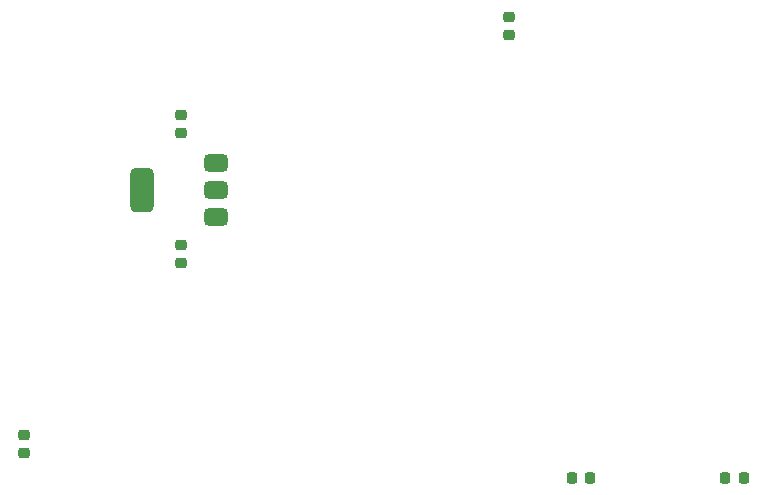
<source format=gbr>
%TF.GenerationSoftware,KiCad,Pcbnew,8.0.1*%
%TF.CreationDate,2024-08-14T10:37:23+09:00*%
%TF.ProjectId,master,6d617374-6572-42e6-9b69-6361645f7063,rev?*%
%TF.SameCoordinates,Original*%
%TF.FileFunction,Paste,Top*%
%TF.FilePolarity,Positive*%
%FSLAX46Y46*%
G04 Gerber Fmt 4.6, Leading zero omitted, Abs format (unit mm)*
G04 Created by KiCad (PCBNEW 8.0.1) date 2024-08-14 10:37:23*
%MOMM*%
%LPD*%
G01*
G04 APERTURE LIST*
G04 Aperture macros list*
%AMRoundRect*
0 Rectangle with rounded corners*
0 $1 Rounding radius*
0 $2 $3 $4 $5 $6 $7 $8 $9 X,Y pos of 4 corners*
0 Add a 4 corners polygon primitive as box body*
4,1,4,$2,$3,$4,$5,$6,$7,$8,$9,$2,$3,0*
0 Add four circle primitives for the rounded corners*
1,1,$1+$1,$2,$3*
1,1,$1+$1,$4,$5*
1,1,$1+$1,$6,$7*
1,1,$1+$1,$8,$9*
0 Add four rect primitives between the rounded corners*
20,1,$1+$1,$2,$3,$4,$5,0*
20,1,$1+$1,$4,$5,$6,$7,0*
20,1,$1+$1,$6,$7,$8,$9,0*
20,1,$1+$1,$8,$9,$2,$3,0*%
G04 Aperture macros list end*
%ADD10RoundRect,0.218750X0.256250X-0.218750X0.256250X0.218750X-0.256250X0.218750X-0.256250X-0.218750X0*%
%ADD11RoundRect,0.218750X-0.218750X-0.256250X0.218750X-0.256250X0.218750X0.256250X-0.218750X0.256250X0*%
%ADD12RoundRect,0.225000X0.250000X-0.225000X0.250000X0.225000X-0.250000X0.225000X-0.250000X-0.225000X0*%
%ADD13RoundRect,0.225000X-0.250000X0.225000X-0.250000X-0.225000X0.250000X-0.225000X0.250000X0.225000X0*%
%ADD14RoundRect,0.375000X0.625000X0.375000X-0.625000X0.375000X-0.625000X-0.375000X0.625000X-0.375000X0*%
%ADD15RoundRect,0.500000X0.500000X1.400000X-0.500000X1.400000X-0.500000X-1.400000X0.500000X-1.400000X0*%
G04 APERTURE END LIST*
D10*
%TO.C,Power*%
X-53660000Y-7434500D03*
X-53660000Y-5859500D03*
%TD*%
D11*
%TO.C,15/DIO12/DI1*%
X-7287500Y-9500000D03*
X-5712500Y-9500000D03*
%TD*%
D12*
%TO.C,C2*%
X-12580000Y27933000D03*
X-12580000Y29483000D03*
%TD*%
D13*
%TO.C,C3*%
X-40330000Y10208000D03*
X-40330000Y8658000D03*
%TD*%
D12*
%TO.C,C1*%
X-40330000Y19658000D03*
X-40330000Y21208000D03*
%TD*%
D11*
%TO.C,16/DIO13/DI2*%
X5712500Y-9500000D03*
X7287500Y-9500000D03*
%TD*%
D14*
%TO.C,3.3V*%
X-37360000Y12553000D03*
X-37360000Y14853000D03*
D15*
X-43660000Y14853000D03*
D14*
X-37360000Y17153000D03*
%TD*%
M02*

</source>
